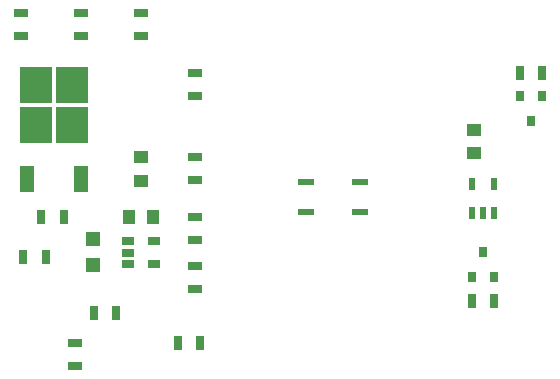
<source format=gtp>
G04 #@! TF.GenerationSoftware,KiCad,Pcbnew,5.0.2-bee76a0~70~ubuntu18.04.1*
G04 #@! TF.CreationDate,2019-04-20T18:07:34-04:00*
G04 #@! TF.ProjectId,TSAL,5453414c-2e6b-4696-9361-645f70636258,rev?*
G04 #@! TF.SameCoordinates,Original*
G04 #@! TF.FileFunction,Paste,Top*
G04 #@! TF.FilePolarity,Positive*
%FSLAX46Y46*%
G04 Gerber Fmt 4.6, Leading zero omitted, Abs format (unit mm)*
G04 Created by KiCad (PCBNEW 5.0.2-bee76a0~70~ubuntu18.04.1) date Sat 20 Apr 2019 06:07:34 PM EDT*
%MOMM*%
%LPD*%
G01*
G04 APERTURE LIST*
%ADD10R,2.750000X3.050000*%
%ADD11R,1.200000X2.200000*%
%ADD12R,0.800000X0.900000*%
%ADD13R,1.250000X1.000000*%
%ADD14R,1.000000X1.250000*%
%ADD15R,1.200000X1.200000*%
%ADD16R,0.700000X1.300000*%
%ADD17R,1.300000X0.700000*%
%ADD18R,1.060000X0.650000*%
%ADD19R,1.450000X0.550000*%
%ADD20R,0.600000X1.000000*%
G04 APERTURE END LIST*
D10*
G04 #@! TO.C,U1*
X146559000Y-86697000D03*
X143509000Y-83347000D03*
X143509000Y-86697000D03*
X146559000Y-83347000D03*
D11*
X147314000Y-91322000D03*
X142754000Y-91322000D03*
G04 #@! TD*
D12*
G04 #@! TO.C,Q2*
X186370000Y-84294000D03*
X184470000Y-84294000D03*
X185420000Y-86394000D03*
G04 #@! TD*
D13*
G04 #@! TO.C,C2*
X152400000Y-89440000D03*
X152400000Y-91440000D03*
G04 #@! TD*
G04 #@! TO.C,C3*
X180594000Y-89138000D03*
X180594000Y-87138000D03*
G04 #@! TD*
D14*
G04 #@! TO.C,C4*
X151400000Y-94488000D03*
X153400000Y-94488000D03*
G04 #@! TD*
D15*
G04 #@! TO.C,D1*
X148336000Y-96352000D03*
X148336000Y-98552000D03*
G04 #@! TD*
D12*
G04 #@! TO.C,Q1*
X181356000Y-97502000D03*
X182306000Y-99602000D03*
X180406000Y-99602000D03*
G04 #@! TD*
D16*
G04 #@! TO.C,R1*
X145857000Y-94488000D03*
X143957000Y-94488000D03*
G04 #@! TD*
G04 #@! TO.C,R2*
X144333000Y-97917000D03*
X142433000Y-97917000D03*
G04 #@! TD*
G04 #@! TO.C,R3*
X186370000Y-82296000D03*
X184470000Y-82296000D03*
G04 #@! TD*
D17*
G04 #@! TO.C,R4*
X142240000Y-79182000D03*
X142240000Y-77282000D03*
G04 #@! TD*
G04 #@! TO.C,R5*
X147320000Y-77282000D03*
X147320000Y-79182000D03*
G04 #@! TD*
G04 #@! TO.C,R6*
X152400000Y-77282000D03*
X152400000Y-79182000D03*
G04 #@! TD*
G04 #@! TO.C,R7*
X156972000Y-84262000D03*
X156972000Y-82362000D03*
G04 #@! TD*
G04 #@! TO.C,R8*
X156972000Y-91374000D03*
X156972000Y-89474000D03*
G04 #@! TD*
D16*
G04 #@! TO.C,R9*
X157414000Y-105156000D03*
X155514000Y-105156000D03*
G04 #@! TD*
D17*
G04 #@! TO.C,R10*
X156972000Y-96454000D03*
X156972000Y-94554000D03*
G04 #@! TD*
G04 #@! TO.C,R11*
X156972000Y-100584000D03*
X156972000Y-98684000D03*
G04 #@! TD*
G04 #@! TO.C,R12*
X146812000Y-105222000D03*
X146812000Y-107122000D03*
G04 #@! TD*
D16*
G04 #@! TO.C,R13*
X182306000Y-101600000D03*
X180406000Y-101600000D03*
G04 #@! TD*
G04 #@! TO.C,R14*
X150302000Y-102616000D03*
X148402000Y-102616000D03*
G04 #@! TD*
D18*
G04 #@! TO.C,U2*
X151300000Y-96586000D03*
X151300000Y-97536000D03*
X151300000Y-98486000D03*
X153500000Y-98486000D03*
X153500000Y-96586000D03*
G04 #@! TD*
D19*
G04 #@! TO.C,U3*
X170906000Y-91567000D03*
X170906000Y-94107000D03*
X166406000Y-94107000D03*
X166406000Y-91567000D03*
G04 #@! TD*
D20*
G04 #@! TO.C,U4*
X180406000Y-94164000D03*
X181356000Y-94164000D03*
X182306000Y-94164000D03*
X182306000Y-91764000D03*
X180406000Y-91764000D03*
G04 #@! TD*
M02*

</source>
